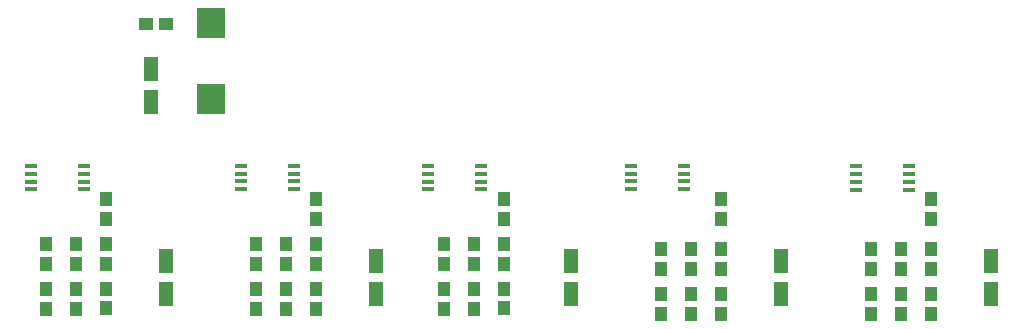
<source format=gtp>
G04 MADE WITH FRITZING*
G04 WWW.FRITZING.ORG*
G04 DOUBLE SIDED*
G04 HOLES PLATED*
G04 CONTOUR ON CENTER OF CONTOUR VECTOR*
%ASAXBY*%
%FSLAX23Y23*%
%MOIN*%
%OFA0B0*%
%SFA1.0B1.0*%
%ADD10R,0.043307X0.015748*%
%ADD11R,0.094488X0.102362*%
%ADD12R,0.047244X0.078740*%
%ADD13R,0.047244X0.043307*%
%ADD14R,0.043307X0.047244*%
%LNPASTEMASK1*%
G90*
G70*
G54D10*
X2900Y1031D03*
X2900Y1005D03*
X2900Y980D03*
X2900Y954D03*
X3077Y954D03*
X3077Y980D03*
X3077Y1005D03*
X3077Y1031D03*
X2150Y1032D03*
X2150Y1007D03*
X2150Y981D03*
X2150Y956D03*
X2327Y956D03*
X2327Y981D03*
X2327Y1007D03*
X2327Y1032D03*
X1473Y1031D03*
X1473Y1006D03*
X1473Y980D03*
X1473Y955D03*
X1650Y955D03*
X1650Y980D03*
X1650Y1006D03*
X1650Y1031D03*
X850Y1032D03*
X850Y1007D03*
X850Y981D03*
X850Y956D03*
X1027Y956D03*
X1027Y981D03*
X1027Y1007D03*
X1027Y1032D03*
X150Y1031D03*
X150Y1006D03*
X150Y980D03*
X150Y955D03*
X327Y955D03*
X327Y980D03*
X327Y1006D03*
X327Y1031D03*
G54D11*
X750Y1509D03*
X750Y1257D03*
G54D12*
X550Y1247D03*
X550Y1357D03*
G54D13*
X600Y1507D03*
X533Y1507D03*
G54D14*
X3050Y540D03*
X3050Y607D03*
X2350Y539D03*
X2350Y606D03*
X1627Y557D03*
X1627Y624D03*
X1000Y557D03*
X1000Y624D03*
X300Y557D03*
X300Y624D03*
X2950Y539D03*
X2950Y606D03*
X2250Y540D03*
X2250Y607D03*
X1527Y557D03*
X1527Y624D03*
X900Y557D03*
X900Y624D03*
X200Y557D03*
X200Y624D03*
X3150Y857D03*
X3150Y924D03*
X2450Y857D03*
X2450Y924D03*
X1727Y856D03*
X1727Y923D03*
X1100Y857D03*
X1100Y924D03*
X400Y857D03*
X400Y924D03*
X3050Y757D03*
X3050Y690D03*
X2350Y757D03*
X2350Y690D03*
X1627Y774D03*
X1627Y707D03*
X1000Y774D03*
X1000Y707D03*
X300Y774D03*
X300Y707D03*
G54D12*
X3350Y717D03*
X3350Y607D03*
X2650Y717D03*
X2650Y607D03*
X1950Y717D03*
X1950Y607D03*
X1300Y717D03*
X1300Y607D03*
X600Y717D03*
X600Y607D03*
G54D14*
X3150Y607D03*
X3150Y540D03*
X2450Y607D03*
X2450Y540D03*
X1727Y624D03*
X1727Y558D03*
X1100Y624D03*
X1100Y557D03*
X400Y624D03*
X400Y558D03*
X3150Y690D03*
X3150Y757D03*
X2450Y690D03*
X2450Y757D03*
X1727Y706D03*
X1727Y773D03*
X1100Y707D03*
X1100Y774D03*
X400Y707D03*
X400Y774D03*
X2950Y757D03*
X2950Y690D03*
X2250Y757D03*
X2250Y690D03*
X1527Y774D03*
X1527Y707D03*
X900Y774D03*
X900Y707D03*
X200Y774D03*
X200Y707D03*
G04 End of PasteMask1*
M02*
</source>
